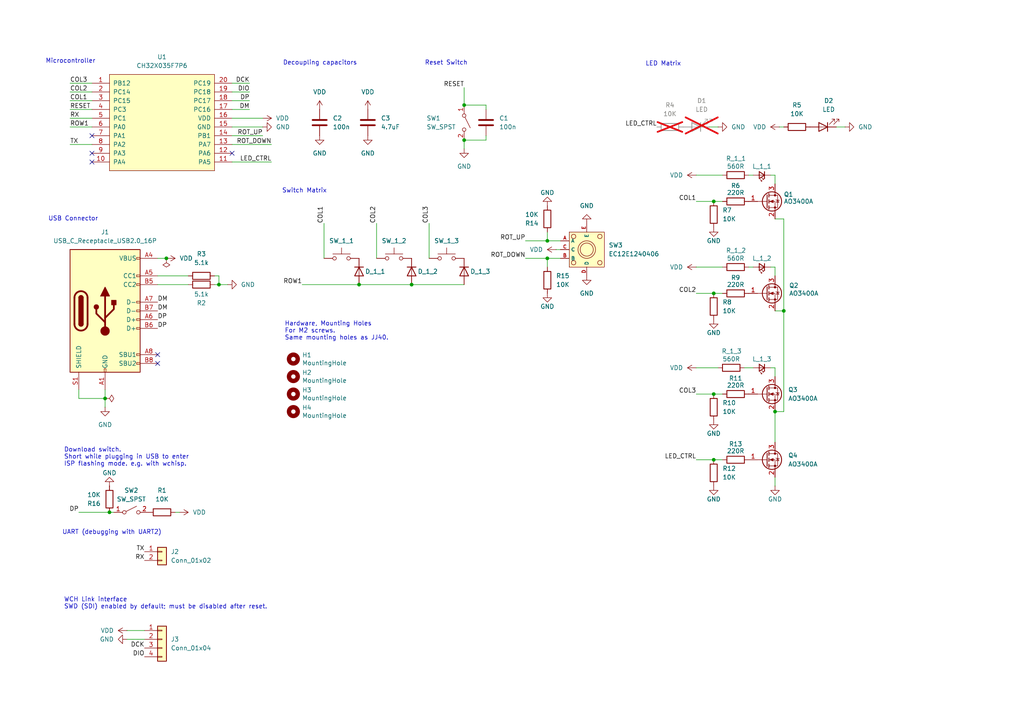
<source format=kicad_sch>
(kicad_sch (version 20250114) (generator "eeschema") (generator_version "9.0")
  (paper "A4")
  (title_block (title "Project \"tsubaki lite\"") (date "2025-05-27") (rev "3") (company "aisuneko @ Ametou Research Association") (comment 1 "With reference to https://github.com/rgoulter/keyboard-labs") (comment 2 "3key+knob ortholinear osu! keyboard w/ individual LED, powered by CH32X035"))
  (lib_symbols
    (symbol "Connector:USB_C_Receptacle_USB2.0_16P" (pin_names (offset 1.016))
      (property "Reference" "J" (at 0 22.225 0))
      (property "Value" "USB_C_Receptacle_USB2.0_16P" (at 0 19.685 0))
      (symbol "USB_C_Receptacle_USB2.0_16P_0_0"
        (rectangle (start -0.254 -17.78) (end 0.254 -16.764))
        (rectangle (start 10.16 15.494) (end 9.144 14.986))
        (rectangle (start 10.16 10.414) (end 9.144 9.906))
        (rectangle (start 10.16 7.874) (end 9.144 7.366))
        (rectangle (start 10.16 2.794) (end 9.144 2.286))
        (rectangle (start 10.16 0.254) (end 9.144 -0.254))
        (rectangle (start 10.16 -2.286) (end 9.144 -2.794))
        (rectangle (start 10.16 -4.826) (end 9.144 -5.334))
        (rectangle (start 10.16 -12.446) (end 9.144 -12.954))
        (rectangle (start 10.16 -14.986) (end 9.144 -15.494))
      )
      (symbol "USB_C_Receptacle_USB2.0_16P_0_1"
        (rectangle (start -10.16 17.78) (end 10.16 -17.78) (stroke (width 0.254)) (fill (type background)))
        (polyline (pts (xy -8.89 -3.81) (xy -8.89 3.81)) (stroke (width 0.508)))
        (rectangle (start -7.62 -3.81) (end -6.35 3.81) (stroke (width 0.254)) (fill (type outline)))
        (arc (start -7.62 3.81) (mid -6.985 4.4423) (end -6.35 3.81) (stroke (width 0.254)))
        (arc (start -7.62 3.81) (mid -6.985 4.4423) (end -6.35 3.81) (stroke (width 0.254)) (fill (type outline)))
        (arc (start -8.89 3.81) (mid -6.985 5.7067) (end -5.08 3.81) (stroke (width 0.508)))
        (arc (start -5.08 -3.81) (mid -6.985 -5.7067) (end -8.89 -3.81) (stroke (width 0.508)))
        (arc (start -6.35 -3.81) (mid -6.985 -4.4423) (end -7.62 -3.81) (stroke (width 0.254)))
        (arc (start -6.35 -3.81) (mid -6.985 -4.4423) (end -7.62 -3.81) (stroke (width 0.254)) (fill (type outline)))
        (polyline (pts (xy -5.08 3.81) (xy -5.08 -3.81)) (stroke (width 0.508)))
        (circle (center -2.54 1.143) (radius 0.635) (stroke (width 0.254)) (fill (type outline)))
        (polyline (pts (xy -1.27 4.318) (xy 0 6.858) (xy 1.27 4.318) (xy -1.27 4.318)) (stroke (width 0.254)) (fill (type outline)))
        (polyline (pts (xy 0 -2.032) (xy 2.54 0.508) (xy 2.54 1.778)) (stroke (width 0.508)))
        (polyline (pts (xy 0 -3.302) (xy -2.54 -0.762) (xy -2.54 0.508)) (stroke (width 0.508)))
        (polyline (pts (xy 0 -5.842) (xy 0 4.318)) (stroke (width 0.508)))
        (circle (center 0 -5.842) (radius 1.27) (fill (type outline)))
        (rectangle (start 1.905 1.778) (end 3.175 3.048) (stroke (width 0.254)) (fill (type outline)))
      )
      (symbol "USB_C_Receptacle_USB2.0_16P_1_1"
        (pin passive line (at -7.62 -22.86 90) (length 5.08) (name "SHIELD") (number "S1"))
        (pin passive line (at 0 -22.86 90) (length 5.08) (name "GND") (number "A1"))
        (pin passive line (at 0 -22.86 90) (length 5.08) (hide yes) (name "GND") (number "A12"))
        (pin passive line (at 0 -22.86 90) (length 5.08) (hide yes) (name "GND") (number "B1"))
        (pin passive line (at 0 -22.86 90) (length 5.08) (hide yes) (name "GND") (number "B12"))
        (pin passive line (at 15.24 15.24 180) (length 5.08) (name "VBUS") (number "A4"))
        (pin passive line (at 15.24 15.24 180) (length 5.08) (hide yes) (name "VBUS") (number "A9"))
        (pin passive line (at 15.24 15.24 180) (length 5.08) (hide yes) (name "VBUS") (number "B4"))
        (pin passive line (at 15.24 15.24 180) (length 5.08) (hide yes) (name "VBUS") (number "B9"))
        (pin bidirectional line (at 15.24 10.16 180) (length 5.08) (name "CC1") (number "A5"))
        (pin bidirectional line (at 15.24 7.62 180) (length 5.08) (name "CC2") (number "B5"))
        (pin bidirectional line (at 15.24 2.54 180) (length 5.08) (name "D-") (number "A7"))
        (pin bidirectional line (at 15.24 0 180) (length 5.08) (name "D-") (number "B7"))
        (pin bidirectional line (at 15.24 -2.54 180) (length 5.08) (name "D+") (number "A6"))
        (pin bidirectional line (at 15.24 -5.08 180) (length 5.08) (name "D+") (number "B6"))
        (pin bidirectional line (at 15.24 -12.7 180) (length 5.08) (name "SBU1") (number "A8"))
        (pin bidirectional line (at 15.24 -15.24 180) (length 5.08) (name "SBU2") (number "B8"))
      )
    )
    (symbol "Connector_Generic:Conn_01x02" (pin_names (offset 1.016) (hide yes))
      (property "Reference" "J" (at 0 2.54 0))
      (property "Value" "Conn_01x02" (at 0 -5.08 0))
      (symbol "Conn_01x02_1_1"
        (rectangle (start -1.27 1.27) (end 1.27 -3.81) (stroke (width 0.254)) (fill (type background)))
        (rectangle (start -1.27 0.127) (end 0 -0.127) (stroke (width 0.1524)))
        (rectangle (start -1.27 -2.413) (end 0 -2.667) (stroke (width 0.1524)))
        (pin passive line (at -5.08 0 0) (length 3.81) (name "Pin_1") (number "1"))
        (pin passive line (at -5.08 -2.54 0) (length 3.81) (name "Pin_2") (number "2"))
      )
    )
    (symbol "Connector_Generic:Conn_01x04" (pin_names (offset 1.016) (hide yes))
      (property "Reference" "J" (at 0 5.08 0))
      (property "Value" "Conn_01x04" (at 0 -7.62 0))
      (symbol "Conn_01x04_1_1"
        (rectangle (start -1.27 3.81) (end 1.27 -6.35) (stroke (width 0.254)) (fill (type background)))
        (rectangle (start -1.27 2.667) (end 0 2.413) (stroke (width 0.1524)))
        (rectangle (start -1.27 0.127) (end 0 -0.127) (stroke (width 0.1524)))
        (rectangle (start -1.27 -2.413) (end 0 -2.667) (stroke (width 0.1524)))
        (rectangle (start -1.27 -4.953) (end 0 -5.207) (stroke (width 0.1524)))
        (pin passive line (at -5.08 2.54 0) (length 3.81) (name "Pin_1") (number "1"))
        (pin passive line (at -5.08 0 0) (length 3.81) (name "Pin_2") (number "2"))
        (pin passive line (at -5.08 -2.54 0) (length 3.81) (name "Pin_3") (number "3"))
        (pin passive line (at -5.08 -5.08 0) (length 3.81) (name "Pin_4") (number "4"))
      )
    )
    (symbol "Device:C" (pin_numbers (hide yes)) (pin_names (offset 0.254))
      (property "Reference" "C" (at 0.635 2.54 0))
      (property "Value" "C" (at 0.635 -2.54 0))
      (symbol "C_0_1"
        (polyline (pts (xy -2.032 0.762) (xy 2.032 0.762)) (stroke (width 0.508)))
        (polyline (pts (xy -2.032 -0.762) (xy 2.032 -0.762)) (stroke (width 0.508)))
      )
      (symbol "C_1_1"
        (pin passive line (at 0 3.81 270) (length 2.794) (name "~") (number "1"))
        (pin passive line (at 0 -3.81 90) (length 2.794) (name "~") (number "2"))
      )
    )
    (symbol "Device:D" (pin_numbers (hide yes)) (pin_names (offset 1.016) (hide yes))
      (property "Reference" "D" (at 0 2.54 0))
      (property "Value" "D" (at 0 -2.54 0))
      (symbol "D_0_1"
        (polyline (pts (xy -1.27 1.27) (xy -1.27 -1.27)) (stroke (width 0.254)))
        (polyline (pts (xy 1.27 1.27) (xy 1.27 -1.27) (xy -1.27 0) (xy 1.27 1.27)) (stroke (width 0.254)))
        (polyline (pts (xy 1.27 0) (xy -1.27 0)))
      )
      (symbol "D_1_1"
        (pin passive line (at -3.81 0 0) (length 2.54) (name "K") (number "1"))
        (pin passive line (at 3.81 0 180) (length 2.54) (name "A") (number "2"))
      )
    )
    (symbol "Device:LED" (pin_numbers (hide yes)) (pin_names (offset 1.016) (hide yes))
      (property "Reference" "D" (at 0 2.54 0))
      (property "Value" "LED" (at 0 -2.54 0))
      (symbol "LED_0_1"
        (polyline (pts (xy -3.048 -0.762) (xy -4.572 -2.286) (xy -3.81 -2.286) (xy -4.572 -2.286) (xy -4.572 -1.524)))
        (polyline (pts (xy -1.778 -0.762) (xy -3.302 -2.286) (xy -2.54 -2.286) (xy -3.302 -2.286) (xy -3.302 -1.524)))
        (polyline (pts (xy -1.27 0) (xy 1.27 0)))
        (polyline (pts (xy -1.27 -1.27) (xy -1.27 1.27)) (stroke (width 0.254)))
        (polyline (pts (xy 1.27 -1.27) (xy 1.27 1.27) (xy -1.27 0) (xy 1.27 -1.27)) (stroke (width 0.254)))
      )
      (symbol "LED_1_1"
        (pin passive line (at -3.81 0 0) (length 2.54) (name "K") (number "1"))
        (pin passive line (at 3.81 0 180) (length 2.54) (name "A") (number "2"))
      )
    )
    (symbol "Device:LED_Small" (pin_numbers (hide yes)) (pin_names (offset 0.254) (hide yes))
      (property "Reference" "D" (at -1.27 3.175 0))
      (property "Value" "LED_Small" (at -4.445 -2.54 0))
      (symbol "LED_Small_0_1"
        (polyline (pts (xy -0.762 -1.016) (xy -0.762 1.016)) (stroke (width 0.254)))
        (polyline (pts (xy 0 0.762) (xy -0.508 1.27) (xy -0.254 1.27) (xy -0.508 1.27) (xy -0.508 1.016)))
        (polyline (pts (xy 0.508 1.27) (xy 0 1.778) (xy 0.254 1.778) (xy 0 1.778) (xy 0 1.524)))
        (polyline (pts (xy 0.762 -1.016) (xy -0.762 0) (xy 0.762 1.016) (xy 0.762 -1.016)) (stroke (width 0.254)))
        (polyline (pts (xy 1.016 0) (xy -0.762 0)))
      )
      (symbol "LED_Small_1_1"
        (pin passive line (at -2.54 0 0) (length 1.778) (name "K") (number "1"))
        (pin passive line (at 2.54 0 180) (length 1.778) (name "A") (number "2"))
      )
    )
    (symbol "Device:R" (pin_numbers (hide yes)) (pin_names (offset 0))
      (property "Reference" "R" (at 2.032 0 90))
      (property "Value" "R" (at 0 0 90))
      (symbol "R_0_1"
        (rectangle (start -1.016 -2.54) (end 1.016 2.54) (stroke (width 0.254)))
      )
      (symbol "R_1_1"
        (pin passive line (at 0 3.81 270) (length 1.27) (name "~") (number "1"))
        (pin passive line (at 0 -3.81 90) (length 1.27) (name "~") (number "2"))
      )
    )
    (symbol "Mechanical:MountingHole" (pin_names (offset 1.016))
      (property "Reference" "H" (at 0 5.08 0))
      (property "Value" "MountingHole" (at 0 3.175 0))
      (symbol "MountingHole_0_1"
        (circle (center 0 0) (radius 1.27) (stroke (width 1.27)))
      )
    )
    (symbol "Switch:SW_Push" (pin_numbers (hide yes)) (pin_names (offset 1.016) (hide yes))
      (property "Reference" "SW" (at 1.27 2.54 0))
      (property "Value" "SW_Push" (at 0 -1.524 0))
      (symbol "SW_Push_0_1"
        (circle (center -2.032 0) (radius 0.508))
        (polyline (pts (xy 0 1.27) (xy 0 3.048)))
        (circle (center 2.032 0) (radius 0.508))
        (polyline (pts (xy 2.54 1.27) (xy -2.54 1.27)))
        (pin passive line (at -5.08 0 0) (length 2.54) (name "1") (number "1"))
        (pin passive line (at 5.08 0 180) (length 2.54) (name "2") (number "2"))
      )
    )
    (symbol "Switch:SW_SPST" (pin_names (offset 0) (hide yes))
      (property "Reference" "SW" (at 0 3.175 0))
      (property "Value" "SW_SPST" (at 0 -2.54 0))
      (symbol "SW_SPST_0_0"
        (circle (center -2.032 0) (radius 0.508))
        (polyline (pts (xy -1.524 0.254) (xy 1.524 1.778)))
        (circle (center 2.032 0) (radius 0.508))
      )
      (symbol "SW_SPST_1_1"
        (pin passive line (at -5.08 0 0) (length 2.54) (name "A") (number "1"))
        (pin passive line (at 5.08 0 180) (length 2.54) (name "B") (number "2"))
      )
    )
    (symbol "Transistor_FET:AO3400A" (pin_names (hide yes))
      (property "Reference" "Q" (at 5.08 1.905 0))
      (property "Value" "AO3400A" (at 5.08 0 0))
      (symbol "AO3400A_0_1"
        (polyline (pts (xy 0.254 1.905) (xy 0.254 -1.905)) (stroke (width 0.254)))
        (polyline (pts (xy 0.254 0) (xy -2.54 0)))
        (polyline (pts (xy 0.762 2.286) (xy 0.762 1.27)) (stroke (width 0.254)))
        (polyline (pts (xy 0.762 0.508) (xy 0.762 -0.508)) (stroke (width 0.254)))
        (polyline (pts (xy 0.762 -1.27) (xy 0.762 -2.286)) (stroke (width 0.254)))
        (polyline (pts (xy 0.762 -1.778) (xy 3.302 -1.778) (xy 3.302 1.778) (xy 0.762 1.778)))
        (polyline (pts (xy 1.016 0) (xy 2.032 0.381) (xy 2.032 -0.381) (xy 1.016 0)) (fill (type outline)))
        (circle (center 1.651 0) (radius 2.794) (stroke (width 0.254)))
        (polyline (pts (xy 2.54 2.54) (xy 2.54 1.778)))
        (circle (center 2.54 1.778) (radius 0.254) (fill (type outline)))
        (circle (center 2.54 -1.778) (radius 0.254) (fill (type outline)))
        (polyline (pts (xy 2.54 -2.54) (xy 2.54 0) (xy 0.762 0)))
        (polyline (pts (xy 2.794 0.508) (xy 2.921 0.381) (xy 3.683 0.381) (xy 3.81 0.254)))
        (polyline (pts (xy 3.302 0.381) (xy 2.921 -0.254) (xy 3.683 -0.254) (xy 3.302 0.381)))
      )
      (symbol "AO3400A_1_1"
        (pin input line (at -5.08 0 0) (length 2.54) (name "G") (number "1"))
        (pin passive line (at 2.54 5.08 270) (length 2.54) (name "D") (number "3"))
        (pin passive line (at 2.54 -5.08 90) (length 2.54) (name "S") (number "2"))
      )
    )
    (symbol "local:CH32X035F7P6" (pin_names (offset 1.016))
      (property "Reference" "U1" (at 0 30.48 0))
      (property "Value" "CH32X035F7P6" (at 0 27.94 0))
      (symbol "CH32X035F7P6_0_1"
        (rectangle (start -15.24 25.4) (end 15.24 -2.54) (fill (type background)))
      )
      (symbol "CH32X035F7P6_1_1"
        (pin bidirectional line (at -20.32 22.86 0) (length 5.08) (name "PB12") (number "1"))
        (pin input line (at -20.32 20.32 0) (length 5.08) (name "PC14") (number "2"))
        (pin input line (at -20.32 17.78 0) (length 5.08) (name "PC15") (number "3"))
        (pin bidirectional line (at -20.32 15.24 0) (length 5.08) (name "PC3") (number "4"))
        (pin input line (at -20.32 12.7 0) (length 5.08) (name "PC1") (number "5"))
        (pin input line (at -20.32 10.16 0) (length 5.08) (name "PA0") (number "6"))
        (pin input line (at -20.32 7.62 0) (length 5.08) (name "PA1") (number "7"))
        (pin bidirectional line (at -20.32 5.08 0) (length 5.08) (name "PA2") (number "8"))
        (pin input line (at -20.32 2.54 0) (length 5.08) (name "PA3") (number "9"))
        (pin bidirectional line (at -20.32 0 0) (length 5.08) (name "PA4") (number "10"))
        (pin bidirectional line (at 20.32 22.86 180) (length 5.08) (name "PC19") (number "20"))
        (pin bidirectional line (at 20.32 20.32 180) (length 5.08) (name "PC18") (number "19"))
        (pin bidirectional line (at 20.32 17.78 180) (length 5.08) (name "PC17") (number "18"))
        (pin bidirectional line (at 20.32 15.24 180) (length 5.08) (name "PC16") (number "17"))
        (pin power_in line (at 20.32 12.7 180) (length 5.08) (name "VDD") (number "16"))
        (pin input line (at 20.32 10.16 180) (length 5.08) (name "GND") (number "15"))
        (pin bidirectional line (at 20.32 7.62 180) (length 5.08) (name "PB1") (number "14"))
        (pin bidirectional line (at 20.32 5.08 180) (length 5.08) (name "PA7") (number "13"))
        (pin bidirectional line (at 20.32 2.54 180) (length 5.08) (name "PA6") (number "12"))
        (pin bidirectional line (at 20.32 0 180) (length 5.08) (name "PA5") (number "11"))
      )
    )
    (symbol "local:EC12E1240406"
      (property "Reference" "U" (at 0 1.27 0))
      (property "Value" "EC12E1240406" (at 0 -2.54 0))
      (symbol "EC12E1240406_0_1"
        (rectangle (start -5.08 5.08) (end 5.08 -5.08) (fill (type background)))
        (circle (center -3.81 3.81) (radius 0.635) (fill (type background)))
        (circle (center -3.81 -3.81) (radius 0.635) (fill (type background)))
        (circle (center 0 0) (radius 1.905) (fill (type background)))
        (circle (center 0 0) (radius 2.54) (fill (type background)))
        (circle (center 3.81 3.81) (radius 0.635) (fill (type background)))
        (circle (center 3.81 -3.81) (radius 0.635) (fill (type background)))
      )
      (symbol "EC12E1240406_1_1"
        (pin passive line (at -7.62 0 0) (length 2.54) (name "E") (number "E"))
        (pin passive line (at -2.54 -7.62 90) (length 2.54) (name "A") (number "A"))
        (pin passive line (at 0 -7.62 90) (length 2.54) (name "C") (number "C"))
        (pin passive line (at 2.54 -7.62 90) (length 2.54) (name "B") (number "B"))
        (pin passive line (at 7.62 0 180) (length 2.54) (name "D") (number "D"))
      )
    )
    (symbol "power:GND" (power) (pin_numbers (hide yes)) (pin_names (offset 0) (hide yes))
      (property "Value" "GND" (at 0 -3.81 0))
      (symbol "GND_0_1"
        (polyline (pts (xy 0 0) (xy 0 -1.27) (xy 1.27 -1.27) (xy 0 -2.54) (xy -1.27 -1.27) (xy 0 -1.27)))
      )
      (symbol "GND_1_1"
        (pin power_in line (at 0 0 270) (length 0) (name "~") (number "1"))
      )
    )
    (symbol "power:PWR_FLAG" (power) (pin_numbers (hide yes)) (pin_names (offset 0) (hide yes))
      (property "Value" "PWR_FLAG" (at 0 3.81 0))
      (symbol "PWR_FLAG_0_0"
        (pin power_out line (at 0 0 90) (length 0) (name "~") (number "1"))
      )
      (symbol "PWR_FLAG_0_1"
        (polyline (pts (xy 0 0) (xy 0 1.27) (xy -1.016 1.905) (xy 0 2.54) (xy 1.016 1.905) (xy 0 1.27)))
      )
    )
    (symbol "power:VDD" (power) (pin_numbers (hide yes)) (pin_names (offset 0) (hide yes))
      (property "Value" "VDD" (at 0 3.556 0))
      (symbol "VDD_0_1"
        (polyline (pts (xy -0.762 1.27) (xy 0 2.54)))
        (polyline (pts (xy 0 2.54) (xy 0.762 1.27)))
        (polyline (pts (xy 0 0) (xy 0 2.54)))
      )
      (symbol "VDD_1_1"
        (pin power_in line (at 0 0 90) (length 0) (name "~") (number "1"))
      )
    )
  )
  (text "Microcontroller" (at 13.208 17.78 0) (effects (font (size 1.27 1.27)) (justify left)))
  (text "USB Connector" (at 13.97 64.262 0) (effects (font (size 1.27 1.27)) (justify left bottom)))
  (text "WCH Link interface\nSWD (SDI) enabled by default; must be disabled after reset." (at 18.542 176.784 0) (effects (font (size 1.27 1.27)) (justify left bottom)))
  (text "Download switch.\nShort while plugging in USB to enter\nISP flashing mode. e.g. with wchisp." (at 18.542 135.382 0) (effects (font (size 1.27 1.27)) (justify left bottom)))
  (text "Decoupling capacitors" (at 82.042 19.05 0) (effects (font (size 1.27 1.27)) (justify left bottom)))
  (text "Switch Matrix" (at 81.788 56.134 0) (effects (font (size 1.27 1.27)) (justify left bottom)))
  (text "UART (debugging with UART2)" (at 18.034 155.194 0) (effects (font (size 1.27 1.27)) (justify left bottom)))
  (text "Reset Switch" (at 123.19 19.05 0) (effects (font (size 1.27 1.27)) (justify left bottom)))
  (text "Hardware, Mounting Holes\nFor M2 screws.\nSame mounting holes as JJ40." (at 82.55 98.806 0) (effects (font (size 1.27 1.27)) (justify left bottom)))
  (text "LED Matrix" (at 187.198 19.304 0) (effects (font (size 1.27 1.27)) (justify left bottom)))
  (junction (at 134.62 40.64))
  (junction (at 207.01 133.35))
  (junction (at 119.38 82.55))
  (junction (at 207.01 114.3))
  (junction (at 224.79 119.38))
  (junction (at 104.14 82.55))
  (junction (at 63.5 82.55))
  (junction (at 134.62 30.48))
  (junction (at 227.33 90.17))
  (junction (at 48.26 74.93))
  (junction (at 207.01 85.09))
  (junction (at 158.75 69.85))
  (junction (at 30.48 115.57))
  (junction (at 158.75 74.93))
  (junction (at 207.01 58.42))
  (junction (at 31.75 148.59))
  (no_connect (at 26.67 39.37))
  (no_connect (at 67.31 44.45))
  (no_connect (at 26.67 44.45))
  (no_connect (at 45.72 102.87))
  (no_connect (at 45.72 105.41))
  (no_connect (at 26.67 46.99))
  (wire (pts (xy 67.31 24.13) (xy 72.39 24.13)))
  (wire (pts (xy 201.93 50.8) (xy 209.55 50.8)))
  (wire (pts (xy 140.97 31.75) (xy 140.97 30.48)))
  (wire (pts (xy 226.06 36.83) (xy 227.33 36.83)))
  (wire (pts (xy 63.5 80.01) (xy 62.23 80.01)))
  (wire (pts (xy 201.93 114.3) (xy 207.01 114.3)))
  (wire (pts (xy 31.75 148.59) (xy 33.02 148.59)))
  (wire (pts (xy 223.52 50.8) (xy 224.79 50.8)))
  (wire (pts (xy 201.93 58.42) (xy 207.01 58.42)))
  (wire (pts (xy 224.79 106.68) (xy 224.79 109.22)))
  (wire (pts (xy 20.32 26.67) (xy 26.67 26.67)))
  (wire (pts (xy 227.33 90.17) (xy 227.33 119.38)))
  (wire (pts (xy 45.72 80.01) (xy 54.61 80.01)))
  (wire (pts (xy 20.32 31.75) (xy 26.67 31.75)))
  (wire (pts (xy 227.33 63.5) (xy 227.33 90.17)))
  (wire (pts (xy 201.93 106.68) (xy 208.28 106.68)))
  (wire (pts (xy 30.48 115.57) (xy 30.48 113.03)))
  (wire (pts (xy 227.33 119.38) (xy 224.79 119.38)))
  (wire (pts (xy 223.52 77.47) (xy 224.79 77.47)))
  (wire (pts (xy 224.79 63.5) (xy 227.33 63.5)))
  (wire (pts (xy 215.9 106.68) (xy 218.44 106.68)))
  (wire (pts (xy 201.93 133.35) (xy 207.01 133.35)))
  (wire (pts (xy 205.74 36.83) (xy 208.28 36.83)))
  (wire (pts (xy 152.4 69.85) (xy 158.75 69.85)))
  (wire (pts (xy 20.32 41.91) (xy 26.67 41.91)))
  (wire (pts (xy 140.97 39.37) (xy 140.97 40.64)))
  (wire (pts (xy 158.75 74.93) (xy 158.75 77.47)))
  (wire (pts (xy 45.72 74.93) (xy 48.26 74.93)))
  (wire (pts (xy 152.4 74.93) (xy 158.75 74.93)))
  (wire (pts (xy 158.75 67.31) (xy 158.75 69.85)))
  (wire (pts (xy 62.23 82.55) (xy 63.5 82.55)))
  (wire (pts (xy 63.5 80.01) (xy 63.5 82.55)))
  (wire (pts (xy 217.17 50.8) (xy 218.44 50.8)))
  (wire (pts (xy 67.31 36.83) (xy 76.2 36.83)))
  (wire (pts (xy 67.31 26.67) (xy 72.39 26.67)))
  (wire (pts (xy 140.97 30.48) (xy 134.62 30.48)))
  (wire (pts (xy 67.31 34.29) (xy 76.2 34.29)))
  (wire (pts (xy 20.32 24.13) (xy 26.67 24.13)))
  (wire (pts (xy 30.48 115.57) (xy 30.48 118.11)))
  (wire (pts (xy 22.86 113.03) (xy 22.86 115.57)))
  (wire (pts (xy 224.79 90.17) (xy 227.33 90.17)))
  (wire (pts (xy 242.57 36.83) (xy 245.11 36.83)))
  (wire (pts (xy 140.97 40.64) (xy 134.62 40.64)))
  (wire (pts (xy 124.46 64.77) (xy 124.46 74.93)))
  (wire (pts (xy 76.2 39.37) (xy 67.31 39.37)))
  (wire (pts (xy 201.93 85.09) (xy 207.01 85.09)))
  (wire (pts (xy 207.01 133.35) (xy 209.55 133.35)))
  (wire (pts (xy 109.22 64.77) (xy 109.22 74.93)))
  (wire (pts (xy 224.79 50.8) (xy 224.79 53.34)))
  (wire (pts (xy 224.79 119.38) (xy 224.79 128.27)))
  (wire (pts (xy 217.17 77.47) (xy 218.44 77.47)))
  (wire (pts (xy 134.62 40.64) (xy 134.62 43.18)))
  (wire (pts (xy 36.83 185.42) (xy 41.91 185.42)))
  (wire (pts (xy 20.32 36.83) (xy 26.67 36.83)))
  (wire (pts (xy 119.38 82.55) (xy 134.62 82.55)))
  (wire (pts (xy 134.62 25.4) (xy 134.62 30.48)))
  (wire (pts (xy 158.75 74.93) (xy 162.56 74.93)))
  (wire (pts (xy 78.74 41.91) (xy 67.31 41.91)))
  (wire (pts (xy 161.29 72.39) (xy 162.56 72.39)))
  (wire (pts (xy 78.74 46.99) (xy 67.31 46.99)))
  (wire (pts (xy 224.79 140.97) (xy 224.79 138.43)))
  (wire (pts (xy 87.63 82.55) (xy 104.14 82.55)))
  (wire (pts (xy 207.01 85.09) (xy 209.55 85.09)))
  (wire (pts (xy 67.31 31.75) (xy 72.39 31.75)))
  (wire (pts (xy 45.72 82.55) (xy 54.61 82.55)))
  (wire (pts (xy 201.93 77.47) (xy 209.55 77.47)))
  (wire (pts (xy 158.75 69.85) (xy 162.56 69.85)))
  (wire (pts (xy 22.86 115.57) (xy 30.48 115.57)))
  (wire (pts (xy 207.01 114.3) (xy 209.55 114.3)))
  (wire (pts (xy 67.31 29.21) (xy 72.39 29.21)))
  (wire (pts (xy 104.14 82.55) (xy 119.38 82.55)))
  (wire (pts (xy 52.07 148.59) (xy 50.8 148.59)))
  (wire (pts (xy 36.83 182.88) (xy 41.91 182.88)))
  (wire (pts (xy 20.32 34.29) (xy 26.67 34.29)))
  (wire (pts (xy 22.86 148.59) (xy 31.75 148.59)))
  (wire (pts (xy 20.32 29.21) (xy 26.67 29.21)))
  (wire (pts (xy 207.01 58.42) (xy 209.55 58.42)))
  (wire (pts (xy 93.98 64.77) (xy 93.98 74.93)))
  (wire (pts (xy 224.79 77.47) (xy 224.79 80.01)))
  (wire (pts (xy 223.52 106.68) (xy 224.79 106.68)))
  (wire (pts (xy 63.5 82.55) (xy 66.04 82.55)))
  (label "DCK" (at 72.39 24.13 180))
  (label "DCK" (at 41.91 187.96 180))
  (label "RESET" (at 134.62 25.4 180))
  (label "TX" (at 20.32 41.91 0))
  (label "COL1" (at 93.98 64.77 90))
  (label "COL1" (at 201.93 58.42 180))
  (label "RX" (at 20.32 34.29 0))
  (label "COL2" (at 109.22 64.77 90))
  (label "RESET" (at 20.32 31.75 0))
  (label "COL3" (at 201.93 114.3 180))
  (label "DP" (at 45.72 95.25 0))
  (label "DIO" (at 72.39 26.67 180))
  (label "DM" (at 45.72 90.17 0))
  (label "ROW1" (at 87.63 82.55 180))
  (label "COL1" (at 20.32 29.21 0))
  (label "ROT_DOWN" (at 78.74 41.91 180))
  (label "TX" (at 41.91 160.02 180))
  (label "ROT_UP" (at 76.2 39.37 180))
  (label "COL3" (at 124.46 64.77 90))
  (label "DIO" (at 41.91 190.5 180))
  (label "DP" (at 72.39 29.21 180))
  (label "COL2" (at 20.32 26.67 0))
  (label "COL2" (at 201.93 85.09 180))
  (label "DP" (at 45.72 92.71 0))
  (label "DM" (at 72.39 31.75 180))
  (label "COL3" (at 20.32 24.13 0))
  (label "LED_CTRL" (at 190.5 36.83 180))
  (label "RX" (at 41.91 162.56 180))
  (label "LED_CTRL" (at 78.74 46.99 180))
  (label "DM" (at 45.72 87.63 0))
  (label "ROT_UP" (at 152.4 69.85 180))
  (label "ROW1" (at 20.32 36.83 0))
  (label "DP" (at 22.86 148.59 180))
  (label "LED_CTRL" (at 201.93 133.35 180))
  (label "ROT_DOWN" (at 152.4 74.93 180))
  (symbol (lib_id "Switch:SW_SPST") (at 134.62 35.56 270) (unit 1)
    (property "Reference" "SW1" (at 123.698 34.29 90) (effects (justify left)))
    (property "Value" "SW_SPST" (at 123.698 36.83 90) (effects (justify left)))
    (property "Footprint" "Button_Switch_SMD:SW_SPST_B3U-1000P" (effects (hide yes)))
  )
  (symbol (lib_id "Device:R") (at 194.31 36.83 90) (unit 1) (dnp yes)
    (property "Reference" "R4" (at 194.31 30.48 90))
    (property "Value" "10K" (at 194.31 33.02 90))
    (property "Footprint" "Resistor_SMD:R_0805_2012Metric" (effects (hide yes)))
    (property "LCSC" "C17414" (effects (hide yes)))
  )
  (symbol (lib_id "Device:R") (at 207.01 62.23 180) (unit 1)
    (property "Reference" "R7" (at 209.55 60.9599 0) (effects (justify right)))
    (property "Value" "10K" (at 209.55 63.4999 0) (effects (justify right)))
    (property "Footprint" "Resistor_SMD:R_0805_2012Metric" (effects (hide yes)))
    (property "LCSC" "C17414" (effects (hide yes)))
  )
  (symbol (lib_id "Device:R") (at 31.75 144.78 0) (unit 1)
    (property "Reference" "R16" (at 29.21 146.0501 0) (effects (justify right)))
    (property "Value" "10K" (at 29.21 143.5101 0) (effects (justify right)))
    (property "Footprint" "Resistor_SMD:R_0805_2012Metric" (effects (hide yes)))
    (property "LCSC" "C17414" (effects (hide yes)))
  )
  (symbol (lib_id "Connector_Generic:Conn_01x04") (at 46.99 185.42 0) (unit 1)
    (property "Reference" "J3" (at 49.53 185.4199 0) (effects (justify left)))
    (property "Value" "Conn_01x04" (at 49.53 187.9599 0) (effects (justify left)))
    (property "Footprint" "Connector_PinHeader_2.54mm:PinHeader_1x04_P2.54mm_Vertical" (effects (hide yes)))
    (property "Description" "Generic connector, single row, 01x04, script generated (kicad-library-utils/schlib/autogen/connector/)" (effects (hide yes)))
  )
  (symbol (lib_id "power:GND") (at 158.75 85.09 0) (unit 1)
    (property "Reference" "#PWR027" (effects (hide yes)))
    (property "Value" "GND" (at 158.75 88.9 0))
    (property "Description" "Power symbol creates a global label with name \"GND\" , ground" (effects (hide yes)))
  )
  (symbol (lib_id "local:CH32X035F7P6") (at 46.99 46.99 0) (unit 1)
    (property "Reference" "U1" (at 46.99 16.51 0))
    (property "Value" "CH32X035F7P6" (at 46.99 19.05 0))
    (property "Footprint" "Package_SO:TSSOP-20_4.4x6.5mm_P0.65mm" (effects (hide yes)))
    (property "Description" "CH32X035F7P6" (effects (hide yes)))
  )
  (symbol (lib_id "Switch:SW_Push") (at 114.3 74.93 0) (unit 1)
    (property "Reference" "SW_1_2" (at 114.3 69.85 0))
    (property "Value" "MX-compatible" (effects (hide yes)))
    (property "Footprint" "Button_Switch_Keyboard:SW_Cherry_MX_1.00u_PCB" (effects (hide yes)))
    (property "Description" "Mechanical Keyboard Switch" (effects (hide yes)))
  )
  (symbol (lib_id "power:GND") (at 158.75 59.69 180) (unit 1)
    (property "Reference" "#PWR026" (effects (hide yes)))
    (property "Value" "GND" (at 158.75 55.88 0))
    (property "Description" "Power symbol creates a global label with name \"GND\" , ground" (effects (hide yes)))
  )
  (symbol (lib_id "Device:R") (at 207.01 88.9 180) (unit 1)
    (property "Reference" "R8" (at 209.55 87.6299 0) (effects (justify right)))
    (property "Value" "10K" (at 209.55 90.1699 0) (effects (justify right)))
    (property "Footprint" "Resistor_SMD:R_0805_2012Metric" (effects (hide yes)))
    (property "LCSC" "C17414" (effects (hide yes)))
  )
  (symbol (lib_id "Mechanical:MountingHole") (at 85.09 114.3 0) (unit 1)
    (property "Reference" "H3" (at 87.63 113.1316 0) (effects (justify left)))
    (property "Value" "MountingHole" (at 87.63 115.443 0) (effects (justify left)))
    (property "Footprint" "MountingHole:MountingHole_2.2mm_M2_DIN965" (effects (hide yes)))
  )
  (symbol (lib_id "Device:R") (at 58.42 82.55 270) (unit 1)
    (property "Reference" "R2" (at 58.42 87.884 90))
    (property "Value" "5.1k" (at 58.42 85.344 90))
    (property "Footprint" "Resistor_SMD:R_0805_2012Metric" (effects (hide yes)))
    (property "LCSC" "C27834" (effects (hide yes)))
  )
  (symbol (lib_id "power:VDD") (at 92.71 31.75 0) (unit 1)
    (property "Reference" "#PWR014" (effects (hide yes)))
    (property "Value" "VDD" (at 92.71 26.67 0))
    (property "Description" "Power symbol creates a global label with name \"VDD\"" (effects (hide yes)))
  )
  (symbol (lib_id "Mechanical:MountingHole") (at 85.09 109.22 0) (unit 1)
    (property "Reference" "H2" (at 87.63 108.0516 0) (effects (justify left)))
    (property "Value" "MountingHole" (at 87.63 110.363 0) (effects (justify left)))
    (property "Footprint" "MountingHole:MountingHole_2.2mm_M2_DIN965" (effects (hide yes)))
  )
  (symbol (lib_id "power:GND") (at 134.62 43.18 0) (unit 1)
    (property "Reference" "#PWR03" (effects (hide yes)))
    (property "Value" "GND" (at 134.62 48.26 0))
    (property "Description" "Power symbol creates a global label with name \"GND\" , ground" (effects (hide yes)))
  )
  (symbol (lib_id "power:PWR_FLAG") (at 48.26 74.93 180) (unit 1)
    (property "Reference" "#FLG02" (effects (hide yes)))
    (property "Value" "PWR_FLAG" (effects (hide yes)))
    (property "Description" "Special symbol for telling ERC where power comes from" (effects (hide yes)))
  )
  (symbol (lib_id "Device:R") (at 207.01 137.16 180) (unit 1)
    (property "Reference" "R12" (at 209.55 135.8899 0) (effects (justify right)))
    (property "Value" "10K" (at 209.55 138.4299 0) (effects (justify right)))
    (property "Footprint" "Resistor_SMD:R_0805_2012Metric" (effects (hide yes)))
    (property "LCSC" "C17414" (effects (hide yes)))
  )
  (symbol (lib_id "power:VDD") (at 48.26 74.93 270) (unit 1)
    (property "Reference" "#PWR018" (effects (hide yes)))
    (property "Value" "VDD" (at 52.07 74.9299 90) (effects (justify left)))
    (property "Description" "Power symbol creates a global label with name \"VDD\"" (effects (hide yes)))
  )
  (symbol (lib_id "Device:LED_Small") (at 220.98 77.47 180) (unit 1)
    (property "Reference" "L_1_2" (at 218.186 74.93 0) (effects (justify right)))
    (property "Value" "LED_Small" (effects (hide yes)))
    (property "Footprint" "LED_SMD:LED_0805_2012Metric" (effects (hide yes)))
    (property "Description" "Light emitting diode, small symbol" (effects (hide yes)))
    (property "Sim.Pin" "1=K 2=A" (effects (hide yes)))
  )
  (symbol (lib_id "power:GND") (at 207.01 140.97 0) (unit 1)
    (property "Reference" "#PWR012" (effects (hide yes)))
    (property "Value" "GND" (at 207.01 144.78 0))
    (property "Description" "Power symbol creates a global label with name \"GND\" , ground" (effects (hide yes)))
  )
  (symbol (lib_id "Device:C") (at 140.97 35.56 0) (unit 1)
    (property "Reference" "C1" (at 144.78 34.2899 0) (effects (justify left)))
    (property "Value" "100n" (at 144.78 36.8299 0) (effects (justify left)))
    (property "Footprint" "Capacitor_SMD:C_0805_2012Metric" (effects (hide yes)))
    (property "LCSC" "C49678" (effects (hide yes)))
  )
  (symbol (lib_id "power:GND") (at 245.11 36.83 90) (unit 1)
    (property "Reference" "#PWR02" (effects (hide yes)))
    (property "Value" "GND" (at 248.92 36.8299 90) (effects (justify right)))
    (property "Description" "Power symbol creates a global label with name \"GND\" , ground" (effects (hide yes)))
  )
  (symbol (lib_id "Switch:SW_SPST") (at 38.1 148.59 0) (unit 1)
    (property "Reference" "SW2" (at 38.1 142.24 0))
    (property "Value" "SW_SPST" (at 38.1 144.78 0))
    (property "Footprint" "Button_Switch_SMD:SW_SPST_B3U-1000P" (effects (hide yes)))
  )
  (symbol (lib_id "Connector:USB_C_Receptacle_USB2.0_16P") (at 30.48 90.17 0) (unit 1)
    (property "Reference" "J1" (at 30.48 67.31 0))
    (property "Value" "USB_C_Receptacle_USB2.0_16P" (at 30.48 69.85 0))
    (property "Footprint" "Connector_USB:USB_C_Receptacle_HRO_TYPE-C-31-M-12" (effects (hide yes)))
    (property "Datasheet" "https://www.usb.org/sites/default/files/documents/usb_type-c.zip" (effects (hide yes)))
    (property "Description" "USB 2.0-only 16P Type-C Receptacle connector" (effects (hide yes)))
  )
  (symbol (lib_id "power:VDD") (at 201.93 50.8 90) (unit 1)
    (property "Reference" "#PWR022" (effects (hide yes)))
    (property "Value" "VDD" (at 198.12 50.7999 90) (effects (justify left)))
    (property "Description" "Power symbol creates a global label with name \"VDD\"" (effects (hide yes)))
  )
  (symbol (lib_id "Device:C") (at 92.71 35.56 0) (unit 1)
    (property "Reference" "C2" (at 96.52 34.29 0) (effects (justify left)))
    (property "Value" "100n" (at 96.52 36.83 0) (effects (justify left)))
    (property "Footprint" "Capacitor_SMD:C_0805_2012Metric" (effects (hide yes)))
    (property "LCSC" "C49678" (effects (hide yes)))
  )
  (symbol (lib_id "power:VDD") (at 161.29 72.39 90) (unit 1)
    (property "Reference" "#PWR025" (effects (hide yes)))
    (property "Value" "VDD" (at 157.48 72.3899 90) (effects (justify left)))
    (property "Description" "Power symbol creates a global label with name \"VDD\"" (effects (hide yes)))
  )
  (symbol (lib_id "Device:R") (at 213.36 133.35 90) (unit 1)
    (property "Reference" "R13" (at 213.36 128.778 90))
    (property "Value" "220R" (at 213.36 130.81 90))
    (property "Footprint" "Resistor_SMD:R_0402_1005Metric" (effects (hide yes)))
    (property "LCSC" "C17414" (effects (hide yes)))
  )
  (symbol (lib_id "power:GND") (at 207.01 66.04 0) (unit 1)
    (property "Reference" "#PWR010" (effects (hide yes)))
    (property "Value" "GND" (at 207.01 69.85 0))
    (property "Description" "Power symbol creates a global label with name \"GND\" , ground" (effects (hide yes)))
  )
  (symbol (lib_id "Switch:SW_Push") (at 129.54 74.93 0) (unit 1)
    (property "Reference" "SW_1_3" (at 129.54 69.85 0))
    (property "Value" "MX-compatible" (effects (hide yes)))
    (property "Footprint" "Button_Switch_Keyboard:SW_Cherry_MX_1.00u_PCB" (effects (hide yes)))
    (property "Description" "Mechanical Keyboard Switch" (effects (hide yes)))
  )
  (symbol (lib_id "Device:R") (at 213.36 77.47 90) (unit 1)
    (property "Reference" "R_1_2" (at 216.408 72.644 90) (effects (justify left)))
    (property "Value" "560R" (at 213.36 74.93 90))
    (property "Footprint" "Resistor_SMD:R_0402_1005Metric" (effects (hide yes)))
    (property "Description" "Resistor" (effects (hide yes)))
  )
  (symbol (lib_id "Device:R") (at 158.75 63.5 0) (unit 1)
    (property "Reference" "R14" (at 156.21 64.7701 0) (effects (justify right)))
    (property "Value" "10K" (at 156.21 62.2301 0) (effects (justify right)))
    (property "Footprint" "Resistor_SMD:R_0805_2012Metric" (effects (hide yes)))
    (property "LCSC" "C17414" (effects (hide yes)))
  )
  (symbol (lib_id "Transistor_FET:AO3400A") (at 222.25 133.35 0) (unit 1)
    (property "Reference" "Q4" (at 228.6 132.0799 0) (effects (justify left)))
    (property "Value" "AO3400A" (at 228.6 134.62 0) (effects (justify left)))
    (property "Footprint" "Package_TO_SOT_SMD:SOT-23" (effects (hide yes)))
    (property "Datasheet" "http://www.aosmd.com/pdfs/datasheet/AO3400A.pdf" (effects (hide yes)))
    (property "Description" "30V Vds, 5.7A Id, N-Channel MOSFET, SOT-23" (effects (hide yes)))
  )
  (symbol (lib_id "Device:LED_Small") (at 220.98 50.8 180) (unit 1)
    (property "Reference" "L_1_1" (at 218.186 48.26 0) (effects (justify right)))
    (property "Value" "LED_Small" (effects (hide yes)))
    (property "Footprint" "LED_SMD:LED_0805_2012Metric" (effects (hide yes)))
    (property "Description" "Light emitting diode, small symbol" (effects (hide yes)))
    (property "Sim.Pin" "1=K 2=A" (effects (hide yes)))
  )
  (symbol (lib_id "power:GND") (at 208.28 36.83 90) (unit 1)
    (property "Reference" "#PWR01" (effects (hide yes)))
    (property "Value" "GND" (at 212.09 36.8299 90) (effects (justify right)))
    (property "Description" "Power symbol creates a global label with name \"GND\" , ground" (effects (hide yes)))
  )
  (symbol (lib_id "power:VDD") (at 106.68 31.75 0) (unit 1)
    (property "Reference" "#PWR015" (effects (hide yes)))
    (property "Value" "VDD" (at 106.68 26.67 0))
    (property "Description" "Power symbol creates a global label with name \"VDD\"" (effects (hide yes)))
  )
  (symbol (lib_id "Device:D") (at 134.62 78.74 270) (unit 1)
    (property "Reference" "D_1_3" (at 142.24 78.74 90) (effects (justify right)))
    (property "Value" "1N4148" (effects (hide yes)))
    (property "Footprint" "Diode_SMD:D_SOD-123" (effects (hide yes)))
    (property "Description" "Diode" (effects (hide yes)))
    (property "LCSC" "C9808" (effects (hide yes)))
    (property "Sim.Device" "D" (effects (hide yes)))
    (property "Sim.Pins" "1=K 2=A" (effects (hide yes)))
  )
  (symbol (lib_id "Device:C") (at 106.68 35.56 0) (unit 1)
    (property "Reference" "C3" (at 110.49 34.2899 0) (effects (justify left)))
    (property "Value" "4.7uF" (at 110.49 36.8299 0) (effects (justify left)))
    (property "Footprint" "Capacitor_SMD:C_0805_2012Metric" (effects (hide yes)))
    (property "LCSC" "C49678" (effects (hide yes)))
  )
  (symbol (lib_id "Device:R") (at 46.99 148.59 90) (unit 1)
    (property "Reference" "R1" (at 46.99 142.24 90))
    (property "Value" "10K" (at 46.99 144.78 90))
    (property "Footprint" "Resistor_SMD:R_0805_2012Metric" (effects (hide yes)))
    (property "LCSC" "C17414" (effects (hide yes)))
  )
  (symbol (lib_id "Device:R") (at 213.36 114.3 90) (unit 1)
    (property "Reference" "R11" (at 213.36 109.728 90))
    (property "Value" "220R" (at 213.36 111.76 90))
    (property "Footprint" "Resistor_SMD:R_0402_1005Metric" (effects (hide yes)))
    (property "LCSC" "C17414" (effects (hide yes)))
  )
  (symbol (lib_id "power:GND") (at 31.75 140.97 180) (unit 1)
    (property "Reference" "#PWR030" (effects (hide yes)))
    (property "Value" "GND" (at 31.75 137.16 0))
    (property "Description" "Power symbol creates a global label with name \"GND\" , ground" (effects (hide yes)))
  )
  (symbol (lib_id "Device:R") (at 158.75 81.28 180) (unit 1)
    (property "Reference" "R15" (at 161.29 80.0099 0) (effects (justify right)))
    (property "Value" "10K" (at 161.29 82.5499 0) (effects (justify right)))
    (property "Footprint" "Resistor_SMD:R_0805_2012Metric" (effects (hide yes)))
    (property "LCSC" "C17414" (effects (hide yes)))
  )
  (symbol (lib_id "power:VDD") (at 36.83 182.88 90) (unit 1)
    (property "Reference" "#PWR020" (effects (hide yes)))
    (property "Value" "VDD" (at 33.02 182.8799 90) (effects (justify left)))
    (property "Description" "Power symbol creates a global label with name \"VDD\"" (effects (hide yes)))
  )
  (symbol (lib_id "Transistor_FET:AO3400A") (at 222.25 58.42 0) (unit 1)
    (property "Reference" "Q1" (at 227.33 56.388 0) (effects (justify left)))
    (property "Value" "AO3400A" (at 227.33 58.42 0) (effects (justify left)))
    (property "Footprint" "Package_TO_SOT_SMD:SOT-23" (effects (hide yes)))
    (property "Datasheet" "http://www.aosmd.com/pdfs/datasheet/AO3400A.pdf" (effects (hide yes)))
    (property "Description" "30V Vds, 5.7A Id, N-Channel MOSFET, SOT-23" (effects (hide yes)))
  )
  (symbol (lib_id "Device:LED") (at 238.76 36.83 180) (unit 1)
    (property "Reference" "D2" (at 240.3475 29.21 0))
    (property "Value" "LED" (at 240.3475 31.75 0))
    (property "Footprint" "LED_SMD:LED_1206_3216Metric" (effects (hide yes)))
    (property "Description" "Light emitting diode" (effects (hide yes)))
    (property "Sim.Pins" "1=K 2=A" (effects (hide yes)))
  )
  (symbol (lib_id "Device:R") (at 207.01 118.11 180) (unit 1)
    (property "Reference" "R10" (at 209.55 116.8399 0) (effects (justify right)))
    (property "Value" "10K" (at 209.55 119.3799 0) (effects (justify right)))
    (property "Footprint" "Resistor_SMD:R_0805_2012Metric" (effects (hide yes)))
    (property "LCSC" "C17414" (effects (hide yes)))
  )
  (symbol (lib_id "Mechanical:MountingHole") (at 85.09 104.14 0) (unit 1)
    (property "Reference" "H1" (at 87.63 102.9716 0) (effects (justify left)))
    (property "Value" "MountingHole" (at 87.63 105.283 0) (effects (justify left)))
    (property "Footprint" "MountingHole:MountingHole_2.2mm_M2_DIN965" (effects (hide yes)))
  )
  (symbol (lib_id "power:VDD") (at 226.06 36.83 90) (unit 1)
    (property "Reference" "#PWR021" (effects (hide yes)))
    (property "Value" "VDD" (at 222.25 36.8299 90) (effects (justify left)))
    (property "Description" "Power symbol creates a global label with name \"VDD\"" (effects (hide yes)))
  )
  (symbol (lib_id "Device:R") (at 213.36 58.42 90) (unit 1)
    (property "Reference" "R6" (at 213.36 53.848 90))
    (property "Value" "220R" (at 213.36 55.88 90))
    (property "Footprint" "Resistor_SMD:R_0402_1005Metric" (effects (hide yes)))
    (property "LCSC" "C17414" (effects (hide yes)))
  )
  (symbol (lib_id "power:VDD") (at 201.93 77.47 90) (unit 1)
    (property "Reference" "#PWR023" (effects (hide yes)))
    (property "Value" "VDD" (at 198.12 77.4699 90) (effects (justify left)))
    (property "Description" "Power symbol creates a global label with name \"VDD\"" (effects (hide yes)))
  )
  (symbol (lib_id "Device:R") (at 231.14 36.83 90) (unit 1)
    (property "Reference" "R5" (at 231.14 30.48 90))
    (property "Value" "10K" (at 231.14 33.02 90))
    (property "Footprint" "Resistor_SMD:R_0805_2012Metric" (effects (hide yes)))
    (property "LCSC" "C17414" (effects (hide yes)))
  )
  (symbol (lib_id "power:GND") (at 76.2 36.83 90) (unit 1)
    (property "Reference" "#PWR017" (effects (hide yes)))
    (property "Value" "GND" (at 80.01 36.8299 90) (effects (justify right)))
    (property "Description" "Power symbol creates a global label with name \"GND\" , ground" (effects (hide yes)))
  )
  (symbol (lib_id "Device:R") (at 213.36 85.09 90) (unit 1)
    (property "Reference" "R9" (at 213.36 80.518 90))
    (property "Value" "220R" (at 213.36 82.55 90))
    (property "Footprint" "Resistor_SMD:R_0402_1005Metric" (effects (hide yes)))
    (property "LCSC" "C17414" (effects (hide yes)))
  )
  (symbol (lib_id "Device:R") (at 212.09 106.68 90) (unit 1)
    (property "Reference" "R_1_3" (at 215.138 101.854 90) (effects (justify left)))
    (property "Value" "560R" (at 212.09 104.14 90))
    (property "Footprint" "Resistor_SMD:R_0402_1005Metric" (effects (hide yes)))
    (property "Description" "Resistor" (effects (hide yes)))
  )
  (symbol (lib_id "Device:LED_Small") (at 220.98 106.68 180) (unit 1)
    (property "Reference" "L_1_3" (at 218.186 104.14 0) (effects (justify right)))
    (property "Value" "LED_Small" (effects (hide yes)))
    (property "Footprint" "LED_SMD:LED_0805_2012Metric" (effects (hide yes)))
    (property "Description" "Light emitting diode, small symbol" (effects (hide yes)))
    (property "Sim.Pin" "1=K 2=A" (effects (hide yes)))
  )
  (symbol (lib_id "power:GND") (at 30.48 118.11 0) (unit 1)
    (property "Reference" "#PWR05" (effects (hide yes)))
    (property "Value" "GND" (at 30.48 123.19 0))
    (property "Description" "Power symbol creates a global label with name \"GND\" , ground" (effects (hide yes)))
  )
  (symbol (lib_id "power:GND") (at 92.71 39.37 0) (unit 1)
    (property "Reference" "#PWR06" (effects (hide yes)))
    (property "Value" "GND" (at 92.71 44.45 0))
    (property "Description" "Power symbol creates a global label with name \"GND\" , ground" (effects (hide yes)))
  )
  (symbol (lib_id "Device:R") (at 58.42 80.01 90) (unit 1)
    (property "Reference" "R3" (at 58.42 73.66 90))
    (property "Value" "5.1k" (at 58.42 76.2 90))
    (property "Footprint" "Resistor_SMD:R_0805_2012Metric" (effects (hide yes)))
    (property "LCSC" "C27834" (effects (hide yes)))
  )
  (symbol (lib_id "power:GND") (at 224.79 140.97 0) (unit 1)
    (property "Reference" "#PWR013" (effects (hide yes)))
    (property "Value" "GND" (at 224.79 144.78 0))
    (property "Description" "Power symbol creates a global label with name \"GND\" , ground" (effects (hide yes)))
  )
  (symbol (lib_id "Device:R") (at 213.36 50.8 90) (unit 1)
    (property "Reference" "R_1_1" (at 216.408 45.974 90) (effects (justify left)))
    (property "Value" "560R" (at 213.36 48.26 90))
    (property "Footprint" "Resistor_SMD:R_0402_1005Metric" (effects (hide yes)))
    (property "Description" "Resistor" (effects (hide yes)))
  )
  (symbol (lib_id "Device:LED") (at 201.93 36.83 180) (unit 1) (dnp yes)
    (property "Reference" "D1" (at 203.5175 29.21 0))
    (property "Value" "LED" (at 203.5175 31.75 0))
    (property "Footprint" "LED_SMD:LED_1206_3216Metric" (effects (hide yes)))
    (property "Description" "Light emitting diode" (effects (hide yes)))
    (property "Sim.Pins" "1=K 2=A" (effects (hide yes)))
  )
  (symbol (lib_id "power:GND") (at 106.68 39.37 0) (unit 1)
    (property "Reference" "#PWR07" (effects (hide yes)))
    (property "Value" "GND" (at 106.68 44.45 0))
    (property "Description" "Power symbol creates a global label with name \"GND\" , ground" (effects (hide yes)))
  )
  (symbol (lib_id "power:VDD") (at 76.2 34.29 270) (unit 1)
    (property "Reference" "#PWR016" (effects (hide yes)))
    (property "Value" "VDD" (at 80.01 34.2899 90) (effects (justify left)))
    (property "Description" "Power symbol creates a global label with name \"VDD\"" (effects (hide yes)))
  )
  (symbol (lib_id "local:EC12E1240406") (at 170.18 72.39 270) (unit 1)
    (property "Reference" "SW3" (at 176.53 71.1199 90) (effects (justify left)))
    (property "Value" "EC12E1240406" (at 176.53 73.6599 90) (effects (justify left)))
    (property "Footprint" "local:SW-TH_EC12E1240406" (effects (hide yes)))
    (property "Datasheet" "https://so.szlcsc.com/global.html?c=&k=C351234" (effects (hide yes)))
    (property "LCSC" "C351234" (effects (hide yes)))
  )
  (symbol (lib_id "power:GND") (at 207.01 121.92 0) (unit 1)
    (property "Reference" "#PWR011" (effects (hide yes)))
    (property "Value" "GND" (at 207.01 125.73 0))
    (property "Description" "Power symbol creates a global label with name \"GND\" , ground" (effects (hide yes)))
  )
  (symbol (lib_id "power:GND") (at 207.01 92.71 0) (unit 1)
    (property "Reference" "#PWR09" (effects (hide yes)))
    (property "Value" "GND" (at 207.01 96.52 0))
    (property "Description" "Power symbol creates a global label with name \"GND\" , ground" (effects (hide yes)))
  )
  (symbol (lib_id "Connector_Generic:Conn_01x02") (at 46.99 160.02 0) (unit 1)
    (property "Reference" "J2" (at 49.53 160.0199 0) (effects (justify left)))
    (property "Value" "Conn_01x02" (at 49.53 162.5599 0) (effects (justify left)))
    (property "Footprint" "Connector_PinHeader_2.54mm:PinHeader_1x02_P2.54mm_Vertical" (effects (hide yes)))
    (property "Description" "Generic connector, single row, 01x02, script generated (kicad-library-utils/schlib/autogen/connector/)" (effects (hide yes)))
  )
  (symbol (lib_id "Transistor_FET:AO3400A") (at 222.25 114.3 0) (unit 1)
    (property "Reference" "Q3" (at 228.6 113.0299 0) (effects (justify left)))
    (property "Value" "AO3400A" (at 228.6 115.57 0) (effects (justify left)))
    (property "Footprint" "Package_TO_SOT_SMD:SOT-23" (effects (hide yes)))
    (property "Datasheet" "http://www.aosmd.com/pdfs/datasheet/AO3400A.pdf" (effects (hide yes)))
    (property "Description" "30V Vds, 5.7A Id, N-Channel MOSFET, SOT-23" (effects (hide yes)))
  )
  (symbol (lib_id "Device:D") (at 119.38 78.74 270) (unit 1)
    (property "Reference" "D_1_2" (at 127 78.74 90) (effects (justify right)))
    (property "Value" "1N4148" (effects (hide yes)))
    (property "Footprint" "Diode_SMD:D_SOD-123" (effects (hide yes)))
    (property "Description" "Diode" (effects (hide yes)))
    (property "LCSC" "C9808" (effects (hide yes)))
    (property "Sim.Device" "D" (effects (hide yes)))
    (property "Sim.Pins" "1=K 2=A" (effects (hide yes)))
  )
  (symbol (lib_id "Transistor_FET:AO3400A") (at 222.25 85.09 0) (unit 1)
    (property "Reference" "Q2" (at 228.854 82.804 0) (effects (justify left)))
    (property "Value" "AO3400A" (at 228.854 85.09 0) (effects (justify left)))
    (property "Footprint" "Package_TO_SOT_SMD:SOT-23" (effects (hide yes)))
    (property "Datasheet" "http://www.aosmd.com/pdfs/datasheet/AO3400A.pdf" (effects (hide yes)))
    (property "Description" "30V Vds, 5.7A Id, N-Channel MOSFET, SOT-23" (effects (hide yes)))
  )
  (symbol (lib_id "Mechanical:MountingHole") (at 85.09 119.38 0) (unit 1)
    (property "Reference" "H4" (at 87.63 118.2116 0) (effects (justify left)))
    (property "Value" "MountingHole" (at 87.63 120.523 0) (effects (justify left)))
    (property "Footprint" "MountingHole:MountingHole_2.2mm_M2_DIN965" (effects (hide yes)))
  )
  (symbol (lib_id "Switch:SW_Push") (at 99.06 74.93 0) (unit 1)
    (property "Reference" "SW_1_1" (at 99.06 69.85 0))
    (property "Value" "MX-compatible" (effects (hide yes)))
    (property "Footprint" "Button_Switch_Keyboard:SW_Cherry_MX_1.00u_PCB" (effects (hide yes)))
    (property "Description" "Mechanical Keyboard Switch" (effects (hide yes)))
  )
  (symbol (lib_id "power:GND") (at 170.18 80.01 0) (unit 1)
    (property "Reference" "#PWR029" (effects (hide yes)))
    (property "Value" "GND" (at 170.18 85.09 0))
    (property "Description" "Power symbol creates a global label with name \"GND\" , ground" (effects (hide yes)))
  )
  (symbol (lib_id "power:GND") (at 36.83 185.42 270) (unit 1)
    (property "Reference" "#PWR08" (effects (hide yes)))
    (property "Value" "GND" (at 33.02 185.4199 90) (effects (justify right)))
    (property "Description" "Power symbol creates a global label with name \"GND\" , ground" (effects (hide yes)))
  )
  (symbol (lib_id "power:GND") (at 66.04 82.55 90) (unit 1)
    (property "Reference" "#PWR04" (effects (hide yes)))
    (property "Value" "GND" (at 69.85 82.5499 90) (effects (justify right)))
    (property "Description" "Power symbol creates a global label with name \"GND\" , ground" (effects (hide yes)))
  )
  (symbol (lib_id "Device:D") (at 104.14 78.74 270) (unit 1)
    (property "Reference" "D_1_1" (at 111.76 78.74 90) (effects (justify right)))
    (property "Value" "1N4148" (effects (hide yes)))
    (property "Footprint" "Diode_SMD:D_SOD-123" (effects (hide yes)))
    (property "Description" "Diode" (effects (hide yes)))
    (property "LCSC" "C9808" (effects (hide yes)))
    (property "Sim.Device" "D" (effects (hide yes)))
    (property "Sim.Pins" "1=K 2=A" (effects (hide yes)))
  )
  (symbol (lib_id "power:VDD") (at 52.07 148.59 270) (unit 1)
    (property "Reference" "#PWR019" (effects (hide yes)))
    (property "Value" "VDD" (at 55.88 148.5899 90) (effects (justify left)))
    (property "Description" "Power symbol creates a global label with name \"VDD\"" (effects (hide yes)))
  )
  (symbol (lib_id "power:VDD") (at 201.93 106.68 90) (unit 1)
    (property "Reference" "#PWR024" (effects (hide yes)))
    (property "Value" "VDD" (at 198.12 106.6799 90) (effects (justify left)))
    (property "Description" "Power symbol creates a global label with name \"VDD\"" (effects (hide yes)))
  )
  (symbol (lib_id "power:GND") (at 170.18 64.77 180) (unit 1)
    (property "Reference" "#PWR028" (effects (hide yes)))
    (property "Value" "GND" (at 170.18 59.69 0))
    (property "Description" "Power symbol creates a global label with name \"GND\" , ground" (effects (hide yes)))
  )
  (symbol (lib_id "power:PWR_FLAG") (at 30.48 115.57 270) (unit 1)
    (property "Reference" "#FLG01" (effects (hide yes)))
    (property "Value" "PWR_FLAG" (effects (hide yes)))
    (property "Description" "Special symbol for telling ERC where power comes from" (effects (hide yes)))
  )
)
</source>
